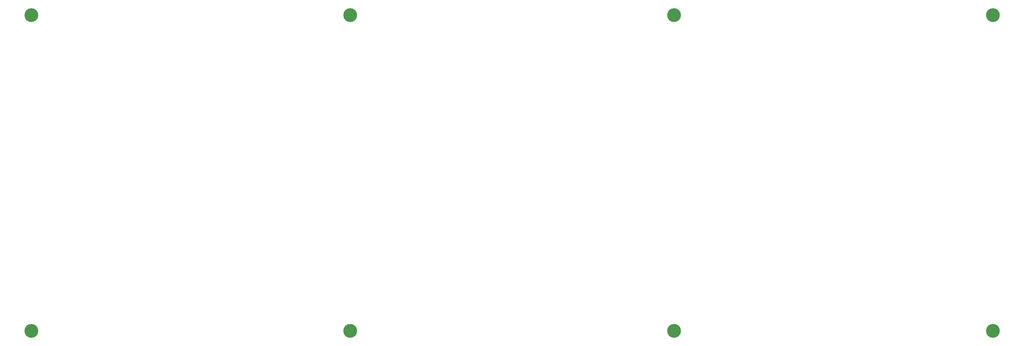
<source format=gbr>
%TF.GenerationSoftware,KiCad,Pcbnew,(5.1.7)-1*%
%TF.CreationDate,2021-02-21T21:25:05+01:00*%
%TF.ProjectId,kbic65-plate,6b626963-3635-42d7-906c-6174652e6b69,rev?*%
%TF.SameCoordinates,Original*%
%TF.FileFunction,Copper,L2,Bot*%
%TF.FilePolarity,Positive*%
%FSLAX46Y46*%
G04 Gerber Fmt 4.6, Leading zero omitted, Abs format (unit mm)*
G04 Created by KiCad (PCBNEW (5.1.7)-1) date 2021-02-21 21:25:05*
%MOMM*%
%LPD*%
G01*
G04 APERTURE LIST*
%TA.AperFunction,ComponentPad*%
%ADD10C,4.400000*%
%TD*%
G04 APERTURE END LIST*
D10*
%TO.P,REF\u002A\u002A,1*%
%TO.N,N/C*%
X18256250Y15875000D03*
%TD*%
%TO.P,REF\u002A\u002A,1*%
%TO.N,N/C*%
X119856250Y15875000D03*
%TD*%
%TO.P,REF\u002A\u002A,1*%
%TO.N,N/C*%
X223043750Y15875000D03*
%TD*%
%TO.P,REF\u002A\u002A,1*%
%TO.N,N/C*%
X324643750Y15875000D03*
%TD*%
%TO.P,REF\u002A\u002A,1*%
%TO.N,N/C*%
X324643750Y116681250D03*
%TD*%
%TO.P,REF\u002A\u002A,1*%
%TO.N,N/C*%
X223043750Y116681250D03*
%TD*%
%TO.P,REF\u002A\u002A,1*%
%TO.N,N/C*%
X119856250Y116681250D03*
%TD*%
%TO.P,REF\u002A\u002A,1*%
%TO.N,N/C*%
X18256250Y116681250D03*
%TD*%
M02*

</source>
